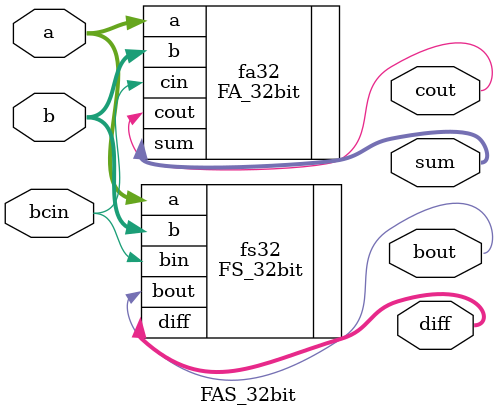
<source format=v>
`timescale 1ns / 1ps

module FAS_32bit(
	input [31:0] a,
	input [31:0] b,
	input bcin,
	output [31:0] sum,
	output [31:0] diff,
	output cout,
	output bout
    );
	 
	 FA_32bit fa32(.a(a[31:0]),.b(b[31:0]),.cin(bcin),.cout(cout),.sum(sum[31:0]));
	 FS_32bit fs32(.a(a[31:0]),.b(b[31:0]),.bin(bcin),.bout(bout),.diff(diff[31:0]));


endmodule

</source>
